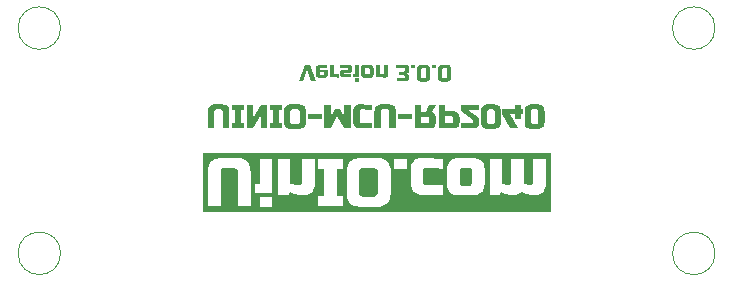
<source format=gbo>
%TF.GenerationSoftware,KiCad,Pcbnew,8.0.4*%
%TF.CreationDate,2024-09-04T11:41:35+08:00*%
%TF.ProjectId,UINIO-MCU-RP2040,55494e49-4f2d-44d4-9355-2d5250323034,Version 3.0.0*%
%TF.SameCoordinates,PX73394ecPY5396ed0*%
%TF.FileFunction,Legend,Bot*%
%TF.FilePolarity,Positive*%
%FSLAX46Y46*%
G04 Gerber Fmt 4.6, Leading zero omitted, Abs format (unit mm)*
G04 Created by KiCad (PCBNEW 8.0.4) date 2024-09-04 11:41:35*
%MOMM*%
%LPD*%
G01*
G04 APERTURE LIST*
%ADD10C,0.300000*%
%ADD11C,0.325000*%
%ADD12C,0.100000*%
%ADD13C,2.200000*%
%ADD14C,0.650000*%
%ADD15O,2.100000X1.000000*%
%ADD16O,1.900000X1.000000*%
%ADD17R,1.700000X1.700000*%
%ADD18O,1.700000X1.700000*%
G04 APERTURE END LIST*
D10*
G36*
X26781781Y-15064365D02*
G01*
X26885136Y-15248019D01*
X26889929Y-15319689D01*
X26889929Y-17121225D01*
X26839300Y-17319213D01*
X26671536Y-17419551D01*
X26583160Y-17427017D01*
X25626705Y-17427017D01*
X25428084Y-17376549D01*
X25324729Y-17192895D01*
X25319936Y-17121225D01*
X25319936Y-15319689D01*
X25370565Y-15121701D01*
X25538329Y-15021363D01*
X25626705Y-15013897D01*
X26583160Y-15013897D01*
X26781781Y-15064365D01*
G37*
G36*
X34847033Y-15076996D02*
G01*
X34865924Y-15179005D01*
X34865924Y-16304476D01*
X34774493Y-16479908D01*
X34672483Y-16498894D01*
X33997396Y-16498894D01*
X33821965Y-16407001D01*
X33802979Y-16304476D01*
X33802979Y-15179005D01*
X33894871Y-15004456D01*
X33997396Y-14985565D01*
X34672483Y-14985565D01*
X34847033Y-15076996D01*
G37*
G36*
X41543445Y-18722403D02*
G01*
X12052743Y-18722403D01*
X12052743Y-18277959D01*
X16890627Y-18277959D01*
X17937940Y-18277959D01*
X17937940Y-17427017D01*
X16890627Y-17427017D01*
X16890627Y-18277959D01*
X12052743Y-18277959D01*
X12052743Y-15319689D01*
X12497187Y-15319689D01*
X12497187Y-18221294D01*
X13571855Y-18221294D01*
X13571855Y-15319689D01*
X13622484Y-15121701D01*
X13790248Y-15021363D01*
X13878624Y-15013897D01*
X14722727Y-15013897D01*
X14921348Y-15064365D01*
X15024703Y-15248019D01*
X15029496Y-15319689D01*
X15029496Y-18221294D01*
X16104165Y-18221294D01*
X16104165Y-17264839D01*
X18427403Y-17264839D01*
X19356503Y-17264839D01*
X19408282Y-17003988D01*
X19587892Y-17107348D01*
X19782340Y-17191750D01*
X19920215Y-17237484D01*
X20120479Y-17288088D01*
X20323212Y-17317607D01*
X20399908Y-17320527D01*
X20652944Y-17320527D01*
X20863145Y-17301516D01*
X21067699Y-17235799D01*
X21241722Y-17123142D01*
X21287975Y-17080192D01*
X21414714Y-16915328D01*
X21494513Y-16719934D01*
X21526198Y-16517975D01*
X21528310Y-16445160D01*
X21528310Y-15069585D01*
X21839964Y-15069585D01*
X22346035Y-15069585D01*
X22346035Y-17371329D01*
X21839964Y-17371329D01*
X21839964Y-18221294D01*
X23927752Y-18221294D01*
X23927752Y-17371329D01*
X23421681Y-17371329D01*
X23421681Y-15319689D01*
X24244291Y-15319689D01*
X24244291Y-17121225D01*
X24254011Y-17335799D01*
X24289921Y-17557139D01*
X24352292Y-17747249D01*
X24455973Y-17926279D01*
X24520773Y-18000499D01*
X24679837Y-18121887D01*
X24879566Y-18208594D01*
X25087689Y-18256011D01*
X25290861Y-18275520D01*
X25401025Y-18277959D01*
X26807864Y-18277959D01*
X27022770Y-18268204D01*
X27244410Y-18232167D01*
X27434728Y-18169576D01*
X27613880Y-18065528D01*
X27688115Y-18000499D01*
X27809076Y-17841863D01*
X27895477Y-17642439D01*
X27942727Y-17434483D01*
X27962168Y-17231380D01*
X27964598Y-17121225D01*
X27964598Y-15319689D01*
X27955837Y-15126249D01*
X28276251Y-15126249D01*
X29351897Y-15126249D01*
X29351897Y-15038322D01*
X29676251Y-15038322D01*
X29676251Y-16332809D01*
X29691761Y-16538522D01*
X29746286Y-16742069D01*
X29840070Y-16916095D01*
X29924402Y-17015712D01*
X30079220Y-17136140D01*
X30263404Y-17217155D01*
X30476954Y-17258757D01*
X30608282Y-17264839D01*
X32440104Y-17264839D01*
X32440104Y-16442229D01*
X30917982Y-16442229D01*
X30742551Y-16350799D01*
X30723565Y-16248789D01*
X30723565Y-15151650D01*
X30745859Y-15094986D01*
X32755665Y-15094986D01*
X32755665Y-15179005D01*
X32755665Y-16389473D01*
X32771175Y-16595186D01*
X32825700Y-16798733D01*
X32919484Y-16972759D01*
X33003816Y-17072376D01*
X33158634Y-17192332D01*
X33342817Y-17273029D01*
X33556368Y-17314468D01*
X33687696Y-17320527D01*
X34982183Y-17320527D01*
X35187897Y-17305017D01*
X35337885Y-17264839D01*
X36337242Y-17264839D01*
X37266342Y-17264839D01*
X37318122Y-17003988D01*
X37497732Y-17107348D01*
X37692180Y-17191750D01*
X37830055Y-17237484D01*
X38030319Y-17288088D01*
X38233052Y-17317607D01*
X38309748Y-17320527D01*
X38366412Y-17320527D01*
X38561398Y-17304959D01*
X38757220Y-17249043D01*
X38943069Y-17137528D01*
X39077647Y-16995195D01*
X39249384Y-17096113D01*
X39436822Y-17178561D01*
X39620843Y-17237484D01*
X39823341Y-17284763D01*
X40026604Y-17313958D01*
X40166970Y-17320527D01*
X40223635Y-17320527D01*
X40433441Y-17301516D01*
X40637918Y-17235799D01*
X40812247Y-17123142D01*
X40858666Y-17080192D01*
X40985405Y-16915328D01*
X41065204Y-16719934D01*
X41096889Y-16517975D01*
X41099001Y-16445160D01*
X41099001Y-14219620D01*
X40051688Y-14219620D01*
X40051688Y-16277121D01*
X40003816Y-16395335D01*
X39885603Y-16442229D01*
X39857270Y-16442229D01*
X39653938Y-16427529D01*
X39459307Y-16392820D01*
X39264562Y-16344125D01*
X39241778Y-16337693D01*
X39241778Y-14219620D01*
X38194465Y-14219620D01*
X38194465Y-16277121D01*
X38147570Y-16395335D01*
X38028380Y-16442229D01*
X38000048Y-16442229D01*
X37796716Y-16427529D01*
X37602085Y-16392820D01*
X37407339Y-16344125D01*
X37384556Y-16337693D01*
X37384556Y-14219620D01*
X36337242Y-14219620D01*
X36337242Y-17264839D01*
X35337885Y-17264839D01*
X35391443Y-17250492D01*
X35565469Y-17156708D01*
X35665086Y-17072376D01*
X35785042Y-16918031D01*
X35865739Y-16734164D01*
X35907178Y-16520777D01*
X35913237Y-16389473D01*
X35913237Y-15094986D01*
X35897727Y-14889211D01*
X35843202Y-14685450D01*
X35749419Y-14511055D01*
X35665086Y-14411106D01*
X35510741Y-14291150D01*
X35326875Y-14210453D01*
X35113487Y-14169014D01*
X34982183Y-14162955D01*
X33687696Y-14162955D01*
X33481921Y-14178465D01*
X33278160Y-14232990D01*
X33103765Y-14326773D01*
X33003816Y-14411106D01*
X32883860Y-14565923D01*
X32803163Y-14750107D01*
X32761724Y-14963658D01*
X32755665Y-15094986D01*
X30745859Y-15094986D01*
X30770459Y-15032460D01*
X30889650Y-14985565D01*
X31098054Y-14988622D01*
X31300742Y-14995839D01*
X31529810Y-15007303D01*
X31732059Y-15019530D01*
X31951190Y-15034475D01*
X32187205Y-15052137D01*
X32440104Y-15072516D01*
X32440104Y-14279215D01*
X32239734Y-14258438D01*
X32044190Y-14239705D01*
X31790971Y-14217906D01*
X31546331Y-14199740D01*
X31310270Y-14185208D01*
X31082789Y-14174309D01*
X30863886Y-14167042D01*
X30653563Y-14163409D01*
X30551618Y-14162955D01*
X30341811Y-14181966D01*
X30137334Y-14247683D01*
X29963006Y-14360340D01*
X29916586Y-14403290D01*
X29789847Y-14568574D01*
X29710049Y-14764006D01*
X29678364Y-14965673D01*
X29676251Y-15038322D01*
X29351897Y-15038322D01*
X29351897Y-14219620D01*
X28276251Y-14219620D01*
X28276251Y-15126249D01*
X27955837Y-15126249D01*
X27954878Y-15105080D01*
X27918967Y-14883614D01*
X27856596Y-14693283D01*
X27752915Y-14513886D01*
X27688115Y-14439438D01*
X27529418Y-14318477D01*
X27329810Y-14232076D01*
X27121594Y-14184825D01*
X26918194Y-14165385D01*
X26807864Y-14162955D01*
X25401025Y-14162955D01*
X25186415Y-14172675D01*
X24964949Y-14208586D01*
X24774618Y-14270956D01*
X24595222Y-14374637D01*
X24520773Y-14439438D01*
X24399812Y-14598501D01*
X24313411Y-14798231D01*
X24266161Y-15006353D01*
X24246721Y-15209525D01*
X24244291Y-15319689D01*
X23421681Y-15319689D01*
X23421681Y-15069585D01*
X23927752Y-15069585D01*
X23927752Y-14219620D01*
X21839964Y-14219620D01*
X21839964Y-15069585D01*
X21528310Y-15069585D01*
X21528310Y-14219620D01*
X20480997Y-14219620D01*
X20480997Y-16277121D01*
X20434102Y-16395335D01*
X20315889Y-16442229D01*
X20118540Y-16442229D01*
X19910229Y-16429877D01*
X19709034Y-16397210D01*
X19518333Y-16350352D01*
X19474716Y-16337693D01*
X19474716Y-14219620D01*
X18427403Y-14219620D01*
X18427403Y-17264839D01*
X16104165Y-17264839D01*
X16104165Y-16329878D01*
X16468575Y-16329878D01*
X16468575Y-17152488D01*
X17937940Y-17152488D01*
X17937940Y-14219620D01*
X16890627Y-14219620D01*
X16890627Y-16329878D01*
X16468575Y-16329878D01*
X16104165Y-16329878D01*
X16104165Y-15319689D01*
X16094445Y-15105080D01*
X16058534Y-14883614D01*
X15996164Y-14693283D01*
X15892483Y-14513886D01*
X15827682Y-14439438D01*
X15668985Y-14318477D01*
X15469378Y-14232076D01*
X15261162Y-14184825D01*
X15057761Y-14165385D01*
X14947431Y-14162955D01*
X13653921Y-14162955D01*
X13439014Y-14172675D01*
X13217374Y-14208586D01*
X13027056Y-14270956D01*
X12847904Y-14374637D01*
X12773670Y-14439438D01*
X12652708Y-14598501D01*
X12566307Y-14798231D01*
X12519057Y-15006353D01*
X12499617Y-15209525D01*
X12497187Y-15319689D01*
X12052743Y-15319689D01*
X12052743Y-13718511D01*
X41543445Y-13718511D01*
X41543445Y-18722403D01*
G37*
D11*
G36*
X20910523Y-6701747D02*
G01*
X21245282Y-7666702D01*
X21629281Y-7666702D01*
X21107480Y-6288000D01*
X20713565Y-6288000D01*
X20191423Y-7666702D01*
X20575764Y-7666702D01*
X20910523Y-6701747D01*
G37*
G36*
X21956493Y-6268322D02*
G01*
X22036058Y-6269561D01*
X22117825Y-6272041D01*
X22201792Y-6275759D01*
X22287961Y-6280717D01*
X22376331Y-6286915D01*
X22466903Y-6294352D01*
X22536276Y-6300743D01*
X22606887Y-6307832D01*
X22606887Y-6554029D01*
X22515685Y-6547056D01*
X22430147Y-6541014D01*
X22350272Y-6535901D01*
X22276060Y-6531717D01*
X22191260Y-6527795D01*
X22115308Y-6525326D01*
X22035847Y-6524280D01*
X21986608Y-6543771D01*
X21966775Y-6593352D01*
X21966775Y-6671998D01*
X22646552Y-6671998D01*
X22646552Y-7036506D01*
X22645816Y-7063638D01*
X22634771Y-7138255D01*
X22606955Y-7209234D01*
X22562777Y-7267658D01*
X22535036Y-7291792D01*
X22470188Y-7327789D01*
X22401146Y-7346197D01*
X22331283Y-7351433D01*
X21937369Y-7351433D01*
X21901438Y-7350124D01*
X21827901Y-7337607D01*
X21764479Y-7311836D01*
X21705875Y-7267658D01*
X21681741Y-7240015D01*
X21645743Y-7175314D01*
X21627336Y-7106347D01*
X21622100Y-7036506D01*
X21622100Y-7026590D01*
X21966775Y-7026590D01*
X21981894Y-7080352D01*
X22045764Y-7105236D01*
X22222888Y-7105236D01*
X22274030Y-7092256D01*
X22301877Y-7026590D01*
X22301877Y-6918195D01*
X21966775Y-6918195D01*
X21966775Y-7026590D01*
X21622100Y-7026590D01*
X21622100Y-6563603D01*
X21622809Y-6538997D01*
X21633448Y-6470734D01*
X21660242Y-6404657D01*
X21702798Y-6348865D01*
X21718455Y-6334443D01*
X21777333Y-6296616D01*
X21846496Y-6274550D01*
X21917536Y-6268167D01*
X21956493Y-6268322D01*
G37*
G36*
X23417627Y-7046422D02*
G01*
X23347185Y-7041743D01*
X23275499Y-7027705D01*
X23202568Y-7004309D01*
X23161514Y-6987267D01*
X23161514Y-6288000D01*
X22816838Y-6288000D01*
X22816838Y-7331942D01*
X23122191Y-7331942D01*
X23141681Y-7203715D01*
X23205823Y-7253916D01*
X23271047Y-7293730D01*
X23337352Y-7323159D01*
X23404740Y-7342200D01*
X23473209Y-7350856D01*
X23496273Y-7351433D01*
X23584835Y-7351433D01*
X23584835Y-7046422D01*
X23417627Y-7046422D01*
G37*
G36*
X23678869Y-6563603D02*
G01*
X23752330Y-6558348D01*
X23822816Y-6553609D01*
X23912169Y-6548096D01*
X23996233Y-6543501D01*
X24075008Y-6539825D01*
X24148493Y-6537068D01*
X24232911Y-6534914D01*
X24309064Y-6534196D01*
X24358304Y-6553687D01*
X24378136Y-6603268D01*
X24378136Y-6671998D01*
X23954473Y-6671998D01*
X23883432Y-6678381D01*
X23814270Y-6700447D01*
X23755392Y-6738274D01*
X23739734Y-6752696D01*
X23697179Y-6808488D01*
X23670385Y-6874565D01*
X23659746Y-6942829D01*
X23659036Y-6967434D01*
X23659036Y-7036506D01*
X23665420Y-7107519D01*
X23687486Y-7176588D01*
X23725313Y-7235306D01*
X23739734Y-7250903D01*
X23795527Y-7293638D01*
X23861604Y-7320546D01*
X23929867Y-7331230D01*
X23954473Y-7331942D01*
X24624333Y-7331942D01*
X24624333Y-7075829D01*
X24072784Y-7075829D01*
X24023202Y-7055997D01*
X24003712Y-7006757D01*
X24023202Y-6957518D01*
X24072784Y-6938027D01*
X24427376Y-6938027D01*
X24498389Y-6931617D01*
X24567458Y-6909458D01*
X24626175Y-6871470D01*
X24641772Y-6856988D01*
X24684508Y-6801376D01*
X24711415Y-6735412D01*
X24722099Y-6667194D01*
X24722812Y-6642591D01*
X24722812Y-6563603D01*
X24716401Y-6492563D01*
X24694242Y-6423400D01*
X24656255Y-6364523D01*
X24641772Y-6348865D01*
X24586160Y-6306309D01*
X24520196Y-6279515D01*
X24451978Y-6268876D01*
X24427376Y-6268167D01*
X24339385Y-6268787D01*
X24249802Y-6270646D01*
X24158627Y-6273745D01*
X24089201Y-6276882D01*
X24018879Y-6280717D01*
X23947661Y-6285249D01*
X23875549Y-6290479D01*
X23802540Y-6296405D01*
X23728636Y-6303029D01*
X23678869Y-6307832D01*
X23678869Y-6563603D01*
G37*
G36*
X25268890Y-7292619D02*
G01*
X25268890Y-6288000D01*
X24924214Y-6288000D01*
X24924214Y-7026590D01*
X24776496Y-7026590D01*
X24776496Y-7292619D01*
X25268890Y-7292619D01*
G37*
G36*
X24924214Y-7686534D02*
G01*
X25268890Y-7686534D01*
X25268890Y-7410588D01*
X24924214Y-7410588D01*
X24924214Y-7686534D01*
G37*
G36*
X26237725Y-6268903D02*
G01*
X26312341Y-6279948D01*
X26383320Y-6307764D01*
X26441744Y-6351942D01*
X26465878Y-6379683D01*
X26501876Y-6444532D01*
X26520283Y-6513573D01*
X26525519Y-6583436D01*
X26525519Y-7036506D01*
X26524783Y-7063638D01*
X26513738Y-7138255D01*
X26485922Y-7209234D01*
X26441744Y-7267658D01*
X26414102Y-7291792D01*
X26349400Y-7327789D01*
X26280434Y-7346197D01*
X26210593Y-7351433D01*
X25757522Y-7351433D01*
X25721592Y-7350124D01*
X25648054Y-7337607D01*
X25584633Y-7311836D01*
X25526029Y-7267658D01*
X25501894Y-7240015D01*
X25465897Y-7175314D01*
X25447489Y-7106347D01*
X25442253Y-7036506D01*
X25442253Y-6612842D01*
X25786929Y-6612842D01*
X25786929Y-7006757D01*
X25802048Y-7060753D01*
X25865917Y-7085745D01*
X26102198Y-7085745D01*
X26155960Y-7070627D01*
X26180844Y-7006757D01*
X26180844Y-6612842D01*
X26167864Y-6561922D01*
X26102198Y-6534196D01*
X25865917Y-6534196D01*
X25814775Y-6547176D01*
X25786929Y-6612842D01*
X25442253Y-6612842D01*
X25442253Y-6583436D01*
X25443562Y-6547505D01*
X25456080Y-6473968D01*
X25481850Y-6410546D01*
X25526029Y-6351942D01*
X25553770Y-6327808D01*
X25618618Y-6291811D01*
X25687659Y-6273403D01*
X25757522Y-6268167D01*
X26210593Y-6268167D01*
X26237725Y-6268903D01*
G37*
G36*
X27276761Y-7065913D02*
G01*
X27201788Y-7061266D01*
X27127950Y-7048978D01*
X27056871Y-7031352D01*
X27040481Y-7026590D01*
X27040481Y-6288000D01*
X26695805Y-6288000D01*
X26695805Y-7331942D01*
X27001158Y-7331942D01*
X27020648Y-7233464D01*
X27084922Y-7271470D01*
X27150326Y-7301799D01*
X27210767Y-7322710D01*
X27279577Y-7340213D01*
X27349038Y-7350423D01*
X27375240Y-7351433D01*
X27463803Y-7351433D01*
X27534981Y-7345050D01*
X27604170Y-7322984D01*
X27662941Y-7285157D01*
X27678541Y-7270735D01*
X27721096Y-7215090D01*
X27747891Y-7149026D01*
X27758529Y-7080660D01*
X27759239Y-7055997D01*
X27759239Y-6288000D01*
X27414563Y-6288000D01*
X27414563Y-6997183D01*
X27394731Y-7046080D01*
X27345833Y-7065913D01*
X27276761Y-7065913D01*
G37*
G36*
X29187180Y-6268167D02*
G01*
X29103838Y-6268787D01*
X29018283Y-6270646D01*
X28930517Y-6273745D01*
X28840538Y-6278083D01*
X28771603Y-6282150D01*
X28701424Y-6286915D01*
X28630000Y-6292377D01*
X28557332Y-6298536D01*
X28483420Y-6305392D01*
X28458506Y-6307832D01*
X28458506Y-6573519D01*
X28538184Y-6568264D01*
X28613986Y-6563526D01*
X28685910Y-6559304D01*
X28775779Y-6554480D01*
X28858756Y-6550574D01*
X28934840Y-6547587D01*
X29004032Y-6545520D01*
X29080830Y-6544227D01*
X29108534Y-6544113D01*
X29175178Y-6565737D01*
X29180341Y-6570442D01*
X29206778Y-6634229D01*
X29207013Y-6642591D01*
X29207013Y-6721237D01*
X29193033Y-6788596D01*
X29134801Y-6833887D01*
X29088701Y-6839549D01*
X28675296Y-6839549D01*
X28675296Y-7115152D01*
X29049378Y-7115152D01*
X29116737Y-7129132D01*
X29162028Y-7187364D01*
X29167690Y-7233464D01*
X29167690Y-7272787D01*
X29153709Y-7340145D01*
X29095478Y-7385437D01*
X29049378Y-7391098D01*
X28478339Y-7391098D01*
X28478339Y-7666702D01*
X29147857Y-7666702D01*
X29216699Y-7663612D01*
X29287899Y-7652198D01*
X29357249Y-7628855D01*
X29419940Y-7589464D01*
X29431667Y-7578823D01*
X29475470Y-7522335D01*
X29504937Y-7451349D01*
X29519096Y-7376079D01*
X29522281Y-7312110D01*
X29516972Y-7242687D01*
X29498867Y-7176272D01*
X29467913Y-7120281D01*
X29418317Y-7067551D01*
X29357321Y-7029380D01*
X29325324Y-7016674D01*
X29390145Y-6991653D01*
X29452244Y-6948312D01*
X29501564Y-6889242D01*
X29534235Y-6824653D01*
X29541772Y-6803987D01*
X29557247Y-6733624D01*
X29561604Y-6662082D01*
X29561604Y-6642591D01*
X29558419Y-6573749D01*
X29546650Y-6502549D01*
X29522580Y-6433200D01*
X29481963Y-6370509D01*
X29470990Y-6358781D01*
X29411905Y-6314978D01*
X29345761Y-6288077D01*
X29277367Y-6273830D01*
X29199155Y-6268255D01*
X29187180Y-6268167D01*
G37*
G36*
X29673761Y-6583436D02*
G01*
X30028352Y-6583436D01*
X30028352Y-6288000D01*
X29673761Y-6288000D01*
X29673761Y-6583436D01*
G37*
G36*
X30957516Y-6268533D02*
G01*
X31028441Y-6274023D01*
X31101100Y-6288754D01*
X31170834Y-6316568D01*
X31232323Y-6361859D01*
X31249067Y-6380417D01*
X31285665Y-6439605D01*
X31310552Y-6512898D01*
X31322721Y-6588599D01*
X31326015Y-6662082D01*
X31326015Y-7292619D01*
X31325649Y-7317995D01*
X31320159Y-7388833D01*
X31305428Y-7461449D01*
X31277614Y-7531215D01*
X31232323Y-7592842D01*
X31213822Y-7609586D01*
X31154731Y-7646184D01*
X31081449Y-7671071D01*
X31005686Y-7683240D01*
X30932100Y-7686534D01*
X30557676Y-7686534D01*
X30532300Y-7686168D01*
X30461462Y-7680678D01*
X30388846Y-7665948D01*
X30319080Y-7638133D01*
X30257452Y-7592842D01*
X30240709Y-7574284D01*
X30204110Y-7515096D01*
X30179224Y-7441803D01*
X30167055Y-7366102D01*
X30163761Y-7292619D01*
X30163761Y-6662082D01*
X30518352Y-6662082D01*
X30518352Y-7292619D01*
X30524014Y-7338586D01*
X30569305Y-7396649D01*
X30636664Y-7410588D01*
X30853112Y-7410588D01*
X30899212Y-7404943D01*
X30957443Y-7359783D01*
X30971423Y-7292619D01*
X30971423Y-6662082D01*
X30965762Y-6616115D01*
X30920471Y-6558052D01*
X30853112Y-6544113D01*
X30636664Y-6544113D01*
X30590564Y-6549758D01*
X30532333Y-6594918D01*
X30518352Y-6662082D01*
X30163761Y-6662082D01*
X30164127Y-6636706D01*
X30169616Y-6565868D01*
X30184347Y-6493252D01*
X30212162Y-6423486D01*
X30257452Y-6361859D01*
X30276011Y-6345115D01*
X30335199Y-6308517D01*
X30408492Y-6283630D01*
X30484193Y-6271461D01*
X30557676Y-6268167D01*
X30932100Y-6268167D01*
X30957516Y-6268533D01*
G37*
G36*
X31457320Y-6583436D02*
G01*
X31811911Y-6583436D01*
X31811911Y-6288000D01*
X31457320Y-6288000D01*
X31457320Y-6583436D01*
G37*
G36*
X32741075Y-6268533D02*
G01*
X32812000Y-6274023D01*
X32884659Y-6288754D01*
X32954393Y-6316568D01*
X33015882Y-6361859D01*
X33032626Y-6380417D01*
X33069224Y-6439605D01*
X33094111Y-6512898D01*
X33106280Y-6588599D01*
X33109574Y-6662082D01*
X33109574Y-7292619D01*
X33109208Y-7317995D01*
X33103718Y-7388833D01*
X33088987Y-7461449D01*
X33061173Y-7531215D01*
X33015882Y-7592842D01*
X32997381Y-7609586D01*
X32938290Y-7646184D01*
X32865008Y-7671071D01*
X32789245Y-7683240D01*
X32715659Y-7686534D01*
X32341235Y-7686534D01*
X32315859Y-7686168D01*
X32245021Y-7680678D01*
X32172405Y-7665948D01*
X32102639Y-7638133D01*
X32041011Y-7592842D01*
X32024268Y-7574284D01*
X31987669Y-7515096D01*
X31962782Y-7441803D01*
X31950614Y-7366102D01*
X31947320Y-7292619D01*
X31947320Y-6662082D01*
X32301911Y-6662082D01*
X32301911Y-7292619D01*
X32307573Y-7338586D01*
X32352864Y-7396649D01*
X32420223Y-7410588D01*
X32636671Y-7410588D01*
X32682771Y-7404943D01*
X32741002Y-7359783D01*
X32754982Y-7292619D01*
X32754982Y-6662082D01*
X32749321Y-6616115D01*
X32704030Y-6558052D01*
X32636671Y-6544113D01*
X32420223Y-6544113D01*
X32374123Y-6549758D01*
X32315892Y-6594918D01*
X32301911Y-6662082D01*
X31947320Y-6662082D01*
X31947686Y-6636706D01*
X31953175Y-6565868D01*
X31967906Y-6493252D01*
X31995721Y-6423486D01*
X32041011Y-6361859D01*
X32059570Y-6345115D01*
X32118758Y-6308517D01*
X32192051Y-6283630D01*
X32267752Y-6271461D01*
X32341235Y-6268167D01*
X32715659Y-6268167D01*
X32741075Y-6268533D01*
G37*
D10*
G36*
X13761387Y-11650457D02*
G01*
X14298722Y-11650457D01*
X14298722Y-10199654D01*
X14293862Y-10092350D01*
X14275906Y-9981617D01*
X14244721Y-9886451D01*
X14192881Y-9796753D01*
X14160480Y-9759529D01*
X14081132Y-9699048D01*
X13981328Y-9655848D01*
X13877220Y-9632222D01*
X13775520Y-9622502D01*
X13720355Y-9621287D01*
X13073600Y-9621287D01*
X12966146Y-9626147D01*
X12855326Y-9644103D01*
X12760167Y-9675288D01*
X12670591Y-9727128D01*
X12633474Y-9759529D01*
X12572993Y-9839060D01*
X12529793Y-9938925D01*
X12506168Y-10042986D01*
X12496448Y-10144572D01*
X12495233Y-10199654D01*
X12495233Y-11650457D01*
X13032567Y-11650457D01*
X13032567Y-10199654D01*
X13057881Y-10100660D01*
X13141763Y-10050491D01*
X13185951Y-10046758D01*
X13608003Y-10046758D01*
X13707313Y-10071992D01*
X13758991Y-10163819D01*
X13761387Y-10199654D01*
X13761387Y-11650457D01*
G37*
G36*
X15553153Y-9649620D02*
G01*
X14509259Y-9649620D01*
X14509259Y-10074602D01*
X14762295Y-10074602D01*
X14762295Y-11225474D01*
X14509259Y-11225474D01*
X14509259Y-11650457D01*
X15553153Y-11650457D01*
X15553153Y-11225474D01*
X15300117Y-11225474D01*
X15300117Y-10074602D01*
X15553153Y-10074602D01*
X15553153Y-9649620D01*
G37*
G36*
X17515400Y-9649620D02*
G01*
X16956084Y-9649620D01*
X16305421Y-10788280D01*
X16305421Y-9649620D01*
X15768087Y-9649620D01*
X15768087Y-11650457D01*
X16327403Y-11650457D01*
X16977577Y-10512285D01*
X16977577Y-11650457D01*
X17515400Y-11650457D01*
X17515400Y-9649620D01*
G37*
G36*
X18771297Y-9649620D02*
G01*
X17727403Y-9649620D01*
X17727403Y-10074602D01*
X17980438Y-10074602D01*
X17980438Y-11225474D01*
X17727403Y-11225474D01*
X17727403Y-11650457D01*
X18771297Y-11650457D01*
X18771297Y-11225474D01*
X18518261Y-11225474D01*
X18518261Y-10074602D01*
X18771297Y-10074602D01*
X18771297Y-9649620D01*
G37*
G36*
X20266518Y-9622502D02*
G01*
X20368218Y-9632222D01*
X20472326Y-9655848D01*
X20572130Y-9699048D01*
X20651478Y-9759529D01*
X20683879Y-9796753D01*
X20735719Y-9886451D01*
X20766904Y-9981617D01*
X20784860Y-10092350D01*
X20789720Y-10199654D01*
X20789720Y-11100422D01*
X20788505Y-11155500D01*
X20778785Y-11257051D01*
X20755159Y-11361029D01*
X20711959Y-11460741D01*
X20651478Y-11540059D01*
X20614361Y-11572574D01*
X20524785Y-11624598D01*
X20429626Y-11655893D01*
X20318806Y-11673912D01*
X20211353Y-11678789D01*
X19507933Y-11678789D01*
X19452851Y-11677570D01*
X19351265Y-11667815D01*
X19247204Y-11644107D01*
X19147339Y-11600753D01*
X19067808Y-11540059D01*
X19035407Y-11502949D01*
X18983567Y-11413434D01*
X18952381Y-11318379D01*
X18934426Y-11207709D01*
X18929566Y-11100422D01*
X18929566Y-10199654D01*
X19467389Y-10199654D01*
X19467389Y-11100422D01*
X19469785Y-11136257D01*
X19521463Y-11228084D01*
X19620773Y-11253318D01*
X20099001Y-11253318D01*
X20143189Y-11249585D01*
X20227071Y-11199416D01*
X20252385Y-11100422D01*
X20252385Y-10199654D01*
X20249989Y-10163819D01*
X20198311Y-10071992D01*
X20099001Y-10046758D01*
X19620773Y-10046758D01*
X19576585Y-10050491D01*
X19492703Y-10100660D01*
X19467389Y-10199654D01*
X18929566Y-10199654D01*
X18930781Y-10144572D01*
X18940501Y-10042986D01*
X18964126Y-9938925D01*
X19007327Y-9839060D01*
X19067808Y-9759529D01*
X19105032Y-9727128D01*
X19194730Y-9675288D01*
X19289895Y-9644103D01*
X19400629Y-9626147D01*
X19507933Y-9621287D01*
X20211353Y-9621287D01*
X20266518Y-9622502D01*
G37*
G36*
X20945547Y-10437547D02*
G01*
X20945547Y-10862529D01*
X22130124Y-10862529D01*
X22130124Y-10437547D01*
X20945547Y-10437547D01*
G37*
G36*
X24033265Y-10702306D02*
G01*
X23663969Y-10043339D01*
X23251688Y-10043339D01*
X22882392Y-10702306D01*
X22882392Y-9649620D01*
X22345058Y-9649620D01*
X22345058Y-11650457D01*
X22904374Y-11650457D01*
X23457829Y-10626591D01*
X24011283Y-11650457D01*
X24570599Y-11650457D01*
X24570599Y-9649620D01*
X24033265Y-9649620D01*
X24033265Y-10702306D01*
G37*
G36*
X26414144Y-9679417D02*
G01*
X26295707Y-9669029D01*
X26181279Y-9659662D01*
X26070862Y-9651317D01*
X25964455Y-9643994D01*
X25862057Y-9637693D01*
X25763670Y-9632414D01*
X25638724Y-9626964D01*
X25520908Y-9623331D01*
X25410220Y-9621514D01*
X25357549Y-9621287D01*
X25256874Y-9625993D01*
X25152572Y-9643377D01*
X25050715Y-9678930D01*
X24967359Y-9731213D01*
X24940871Y-9755132D01*
X24876171Y-9842403D01*
X24836435Y-9939635D01*
X24815391Y-10039889D01*
X24807157Y-10154309D01*
X24807026Y-10171811D01*
X24807026Y-11072090D01*
X24811886Y-11179543D01*
X24829841Y-11290363D01*
X24861027Y-11385522D01*
X24912867Y-11475098D01*
X24945267Y-11512215D01*
X25024799Y-11572696D01*
X25124664Y-11615897D01*
X25228725Y-11639522D01*
X25330311Y-11649242D01*
X25385393Y-11650457D01*
X26414144Y-11650457D01*
X26414144Y-11225474D01*
X25498233Y-11225474D01*
X25398923Y-11200160D01*
X25348593Y-11116278D01*
X25344849Y-11072090D01*
X25344849Y-10171811D01*
X25378066Y-10079975D01*
X25467459Y-10046758D01*
X25567774Y-10047726D01*
X25593488Y-10048224D01*
X25692748Y-10050701D01*
X25739545Y-10052132D01*
X25839773Y-10055979D01*
X25892441Y-10057994D01*
X25993644Y-10062991D01*
X26092232Y-10069229D01*
X26194974Y-10076006D01*
X26297070Y-10082494D01*
X26401762Y-10088986D01*
X26414144Y-10089745D01*
X26414144Y-9679417D01*
G37*
G36*
X27864946Y-11650457D02*
G01*
X28402281Y-11650457D01*
X28402281Y-10199654D01*
X28397421Y-10092350D01*
X28379465Y-9981617D01*
X28348280Y-9886451D01*
X28296440Y-9796753D01*
X28264039Y-9759529D01*
X28184691Y-9699048D01*
X28084887Y-9655848D01*
X27980779Y-9632222D01*
X27879079Y-9622502D01*
X27823914Y-9621287D01*
X27177159Y-9621287D01*
X27069705Y-9626147D01*
X26958885Y-9644103D01*
X26863726Y-9675288D01*
X26774150Y-9727128D01*
X26737033Y-9759529D01*
X26676552Y-9839060D01*
X26633352Y-9938925D01*
X26609727Y-10042986D01*
X26600007Y-10144572D01*
X26598792Y-10199654D01*
X26598792Y-11650457D01*
X27136126Y-11650457D01*
X27136126Y-10199654D01*
X27161440Y-10100660D01*
X27245322Y-10050491D01*
X27289510Y-10046758D01*
X27711562Y-10046758D01*
X27810872Y-10071992D01*
X27862550Y-10163819D01*
X27864946Y-10199654D01*
X27864946Y-11650457D01*
G37*
G36*
X28612818Y-10437547D02*
G01*
X28612818Y-10862529D01*
X29797396Y-10862529D01*
X29797396Y-10437547D01*
X28612818Y-10437547D01*
G37*
G36*
X30549664Y-10240687D02*
G01*
X30918959Y-10240687D01*
X31242337Y-9649620D01*
X31827054Y-9649620D01*
X31472413Y-10273904D01*
X31562153Y-10307583D01*
X31643898Y-10366008D01*
X31707863Y-10446828D01*
X31742912Y-10520467D01*
X31770372Y-10618785D01*
X31784142Y-10719932D01*
X31787975Y-10819054D01*
X31787975Y-11072090D01*
X31786760Y-11127255D01*
X31777040Y-11228955D01*
X31753415Y-11333063D01*
X31710214Y-11432867D01*
X31649734Y-11512215D01*
X31612616Y-11544616D01*
X31523040Y-11596456D01*
X31427881Y-11627642D01*
X31317061Y-11645597D01*
X31209608Y-11650457D01*
X30012330Y-11650457D01*
X30012330Y-11225474D01*
X30549664Y-11225474D01*
X31096768Y-11225474D01*
X31140956Y-11221730D01*
X31224838Y-11171400D01*
X31250152Y-11072090D01*
X31250152Y-10819054D01*
X31246408Y-10774866D01*
X31196078Y-10690984D01*
X31096768Y-10665670D01*
X30549664Y-10665670D01*
X30549664Y-11225474D01*
X30012330Y-11225474D01*
X30012330Y-9649620D01*
X30549664Y-9649620D01*
X30549664Y-10240687D01*
G37*
G36*
X32564179Y-10212355D02*
G01*
X33224123Y-10212355D01*
X33279288Y-10213570D01*
X33380988Y-10223290D01*
X33485096Y-10246915D01*
X33584900Y-10290116D01*
X33664249Y-10350596D01*
X33696649Y-10387714D01*
X33748489Y-10477290D01*
X33779675Y-10572449D01*
X33797630Y-10683269D01*
X33802490Y-10790722D01*
X33802490Y-11072090D01*
X33801275Y-11127255D01*
X33791555Y-11228955D01*
X33767930Y-11333063D01*
X33724729Y-11432867D01*
X33664249Y-11512215D01*
X33627131Y-11544616D01*
X33537555Y-11596456D01*
X33442396Y-11627642D01*
X33331576Y-11645597D01*
X33224123Y-11650457D01*
X32026845Y-11650457D01*
X32026845Y-11225474D01*
X32564179Y-11225474D01*
X33111283Y-11225474D01*
X33155471Y-11221730D01*
X33239353Y-11171400D01*
X33264667Y-11072090D01*
X33264667Y-10790722D01*
X33260923Y-10746534D01*
X33210593Y-10662652D01*
X33111283Y-10637338D01*
X32564179Y-10637338D01*
X32564179Y-11225474D01*
X32026845Y-11225474D01*
X32026845Y-9649620D01*
X32564179Y-9649620D01*
X32564179Y-10212355D01*
G37*
G36*
X35452106Y-11015914D02*
G01*
X35442149Y-10911238D01*
X35412276Y-10813061D01*
X35362487Y-10721381D01*
X35292784Y-10636200D01*
X35244011Y-10590443D01*
X35165801Y-10526462D01*
X35107724Y-10482488D01*
X34542057Y-10074602D01*
X35452106Y-10074602D01*
X35452106Y-9649620D01*
X33901164Y-9649620D01*
X33901164Y-10207470D01*
X34914283Y-10939222D01*
X34914283Y-11072090D01*
X34888969Y-11171400D01*
X34805087Y-11221730D01*
X34760899Y-11225474D01*
X33957340Y-11225474D01*
X33957340Y-11650457D01*
X34873739Y-11650457D01*
X34981027Y-11645597D01*
X35091696Y-11627642D01*
X35186752Y-11596456D01*
X35276267Y-11544616D01*
X35313376Y-11512215D01*
X35374071Y-11432867D01*
X35417424Y-11333063D01*
X35441132Y-11228955D01*
X35450887Y-11127255D01*
X35452106Y-11072090D01*
X35452106Y-11015914D01*
G37*
G36*
X36776846Y-9622502D02*
G01*
X36878546Y-9632222D01*
X36982654Y-9655848D01*
X37082458Y-9699048D01*
X37161806Y-9759529D01*
X37194207Y-9796753D01*
X37246047Y-9886451D01*
X37277232Y-9981617D01*
X37295188Y-10092350D01*
X37300048Y-10199654D01*
X37300048Y-11100422D01*
X37298833Y-11155500D01*
X37289113Y-11257051D01*
X37265487Y-11361029D01*
X37222287Y-11460741D01*
X37161806Y-11540059D01*
X37124689Y-11572574D01*
X37035113Y-11624598D01*
X36939954Y-11655893D01*
X36829134Y-11673912D01*
X36721681Y-11678789D01*
X36186789Y-11678789D01*
X36131707Y-11677570D01*
X36030121Y-11667815D01*
X35926059Y-11644107D01*
X35826195Y-11600753D01*
X35746663Y-11540059D01*
X35714263Y-11502949D01*
X35662422Y-11413434D01*
X35631237Y-11318379D01*
X35613282Y-11207709D01*
X35608422Y-11100422D01*
X35608422Y-10199654D01*
X36146244Y-10199654D01*
X36146244Y-11100422D01*
X36148641Y-11136257D01*
X36200318Y-11228084D01*
X36299629Y-11253318D01*
X36608840Y-11253318D01*
X36653028Y-11249585D01*
X36736910Y-11199416D01*
X36762225Y-11100422D01*
X36762225Y-10199654D01*
X36759828Y-10163819D01*
X36708151Y-10071992D01*
X36608840Y-10046758D01*
X36299629Y-10046758D01*
X36255441Y-10050491D01*
X36171559Y-10100660D01*
X36146244Y-10199654D01*
X35608422Y-10199654D01*
X35609637Y-10144572D01*
X35619357Y-10042986D01*
X35642982Y-9938925D01*
X35686182Y-9839060D01*
X35746663Y-9759529D01*
X35783887Y-9727128D01*
X35873585Y-9675288D01*
X35968751Y-9644103D01*
X36079484Y-9626147D01*
X36186789Y-9621287D01*
X36721681Y-9621287D01*
X36776846Y-9622502D01*
G37*
G36*
X38468994Y-10043339D02*
G01*
X37428031Y-10043339D01*
X37428031Y-10457575D01*
X38109957Y-11650457D01*
X38708840Y-11650457D01*
X38033265Y-10468810D01*
X38468994Y-10468810D01*
X38468994Y-10890862D01*
X39006817Y-10890862D01*
X39006817Y-10468810D01*
X39203676Y-10468810D01*
X39203676Y-10043339D01*
X39006817Y-10043339D01*
X39006817Y-9649620D01*
X38468994Y-9649620D01*
X38468994Y-10043339D01*
G37*
G36*
X40471751Y-9622502D02*
G01*
X40573452Y-9632222D01*
X40677560Y-9655848D01*
X40777364Y-9699048D01*
X40856712Y-9759529D01*
X40889112Y-9796753D01*
X40940953Y-9886451D01*
X40972138Y-9981617D01*
X40990093Y-10092350D01*
X40994953Y-10199654D01*
X40994953Y-11100422D01*
X40993738Y-11155500D01*
X40984018Y-11257051D01*
X40960393Y-11361029D01*
X40917193Y-11460741D01*
X40856712Y-11540059D01*
X40819595Y-11572574D01*
X40730019Y-11624598D01*
X40634860Y-11655893D01*
X40524040Y-11673912D01*
X40416586Y-11678789D01*
X39881695Y-11678789D01*
X39826613Y-11677570D01*
X39725027Y-11667815D01*
X39620965Y-11644107D01*
X39521100Y-11600753D01*
X39441569Y-11540059D01*
X39409169Y-11502949D01*
X39357328Y-11413434D01*
X39326143Y-11318379D01*
X39308188Y-11207709D01*
X39303327Y-11100422D01*
X39303327Y-10199654D01*
X39841150Y-10199654D01*
X39841150Y-11100422D01*
X39843547Y-11136257D01*
X39895224Y-11228084D01*
X39994535Y-11253318D01*
X40303746Y-11253318D01*
X40347934Y-11249585D01*
X40431816Y-11199416D01*
X40457131Y-11100422D01*
X40457131Y-10199654D01*
X40454734Y-10163819D01*
X40403057Y-10071992D01*
X40303746Y-10046758D01*
X39994535Y-10046758D01*
X39950347Y-10050491D01*
X39866465Y-10100660D01*
X39841150Y-10199654D01*
X39303327Y-10199654D01*
X39304542Y-10144572D01*
X39314263Y-10042986D01*
X39337888Y-9938925D01*
X39381088Y-9839060D01*
X39441569Y-9759529D01*
X39478793Y-9727128D01*
X39568491Y-9675288D01*
X39663657Y-9644103D01*
X39774390Y-9626147D01*
X39881695Y-9621287D01*
X40416586Y-9621287D01*
X40471751Y-9622502D01*
G37*
D12*
%TO.C,HOLE\u002A\u002A*%
X20000Y-22230000D02*
G75*
G02*
X-3580000Y-22230000I-1800000J0D01*
G01*
X-3580000Y-22230000D02*
G75*
G02*
X20000Y-22230000I1800000J0D01*
G01*
X20000Y-3160000D02*
G75*
G02*
X-3580000Y-3160000I-1800000J0D01*
G01*
X-3580000Y-3160000D02*
G75*
G02*
X20000Y-3160000I1800000J0D01*
G01*
X55430000Y-3160000D02*
G75*
G02*
X51830000Y-3160000I-1800000J0D01*
G01*
X51830000Y-3160000D02*
G75*
G02*
X55430000Y-3160000I1800000J0D01*
G01*
X55430000Y-22240000D02*
G75*
G02*
X51830000Y-22240000I-1800000J0D01*
G01*
X51830000Y-22240000D02*
G75*
G02*
X55430000Y-22240000I1800000J0D01*
G01*
%TD*%
%LPC*%
D13*
%TO.C,HOLE\u002A\u002A*%
X-1780000Y-22230000D03*
%TD*%
%TO.C,HOLE\u002A\u002A*%
X-1780000Y-3160000D03*
%TD*%
%TO.C,HOLE\u002A\u002A*%
X53630000Y-3160000D03*
%TD*%
%TO.C,HOLE\u002A\u002A*%
X53630000Y-22240000D03*
%TD*%
D14*
%TO.C,USB1*%
X639000Y-9800000D03*
X639000Y-15580000D03*
D15*
X1139000Y-8365000D03*
X1139000Y-17015000D03*
D16*
X-3061000Y-8365000D03*
X-3061000Y-17015000D03*
%TD*%
D17*
%TO.C,J3*%
X55550000Y-8895000D03*
D18*
X55550000Y-11435000D03*
X55550000Y-13975000D03*
X55550000Y-16515000D03*
%TD*%
D17*
%TO.C,J2*%
X1800000Y-1340000D03*
D18*
X4340000Y-1340000D03*
X6880000Y-1340000D03*
X9420000Y-1340000D03*
X11960000Y-1340000D03*
X14500000Y-1340000D03*
X17040000Y-1340000D03*
X19580000Y-1340000D03*
X22120000Y-1340000D03*
X24660000Y-1340000D03*
X27200000Y-1340000D03*
X29740000Y-1340000D03*
X32280000Y-1340000D03*
X34820000Y-1340000D03*
X37360000Y-1340000D03*
X39900000Y-1340000D03*
X42440000Y-1340000D03*
X44980000Y-1340000D03*
X47520000Y-1340000D03*
X50060000Y-1340000D03*
%TD*%
D17*
%TO.C,J1*%
X1800000Y-24060000D03*
D18*
X4340000Y-24060000D03*
X6880000Y-24060000D03*
X9420000Y-24060000D03*
X11960000Y-24060000D03*
X14500000Y-24060000D03*
X17040000Y-24060000D03*
X19580000Y-24060000D03*
X22120000Y-24060000D03*
X24660000Y-24060000D03*
X27200000Y-24060000D03*
X29740000Y-24060000D03*
X32280000Y-24060000D03*
X34820000Y-24060000D03*
X37360000Y-24060000D03*
X39900000Y-24060000D03*
X42440000Y-24060000D03*
X44980000Y-24060000D03*
X47520000Y-24060000D03*
X50060000Y-24060000D03*
%TD*%
%LPD*%
M02*

</source>
